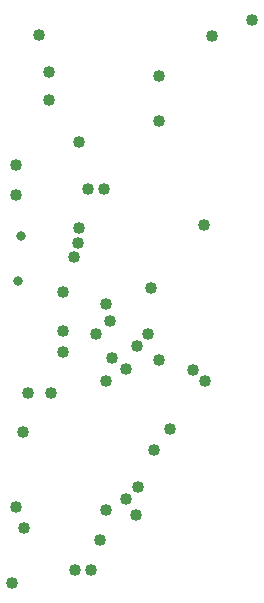
<source format=gbr>
G04 DipTrace 2.2.0.9*
%INBottomPaste.gbr*%
%MOIN*%
%ADD26C,0.04*%
%ADD32C,0.032*%
%FSLAX44Y44*%
%SFA1B1*%
%OFA0B0*%
G04*
G70*
G90*
G75*
G01*
%LNBotPaste*%
%LPD*%
D32*
X5740Y14490D3*
X5840Y15990D3*
D26*
X11940Y16335D3*
X10061Y12716D3*
X8580Y17552D3*
X7227Y12806D3*
X6762Y20505D3*
X9668Y6683D3*
X13535Y23164D3*
X10440Y19816D3*
Y21325D3*
X7616Y4835D3*
X5930Y6246D3*
X5535Y4424D3*
X7742Y16257D3*
X5670Y17335D3*
Y18342D3*
X12200Y22634D3*
X6440Y22690D3*
X6762Y21460D3*
X7742Y19127D3*
X8050Y17552D3*
X7590Y15290D3*
X8785Y13138D3*
X9713Y7608D3*
X7227Y14114D3*
X11557Y11515D3*
X9686Y12321D3*
X8865Y11926D3*
X8335Y12716D3*
X10159Y14250D3*
X8662Y13720D3*
X7740Y15740D3*
X7227Y12121D3*
X6834Y10730D3*
X6045D3*
X5890Y9440D3*
X5670Y6940D3*
X8664Y11136D3*
Y6835D3*
X8452Y5851D3*
X9318Y11531D3*
Y7213D3*
X8146Y4835D3*
X10274Y8835D3*
X10804Y9545D3*
X10409Y11830D3*
X11952Y11140D3*
M02*

</source>
